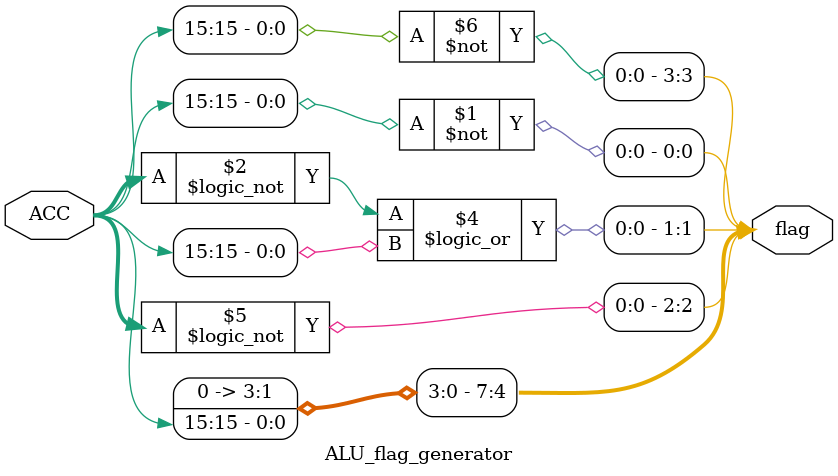
<source format=v>
`timescale 1ns / 1ps

module ALU_flag_generator(
    input  [15:0]  ACC,
    output  [7:0] flag );
    
    assign flag[0] = (ACC[15] == 1'b0);  //ÊÇ·ñ´óÓÚorÎª0
    assign flag[1] = (ACC == 0) || (ACC[15] == 1'b1);
    assign flag[2] = (ACC == 0);
    assign flag[3] = (ACC[15] == 1'b0);
    assign flag[4] = (ACC[15] == 1'b1);
    assign flag[5] = 0;
    assign flag[6] = 0;
    assign flag[7] = 0;
       
endmodule

</source>
